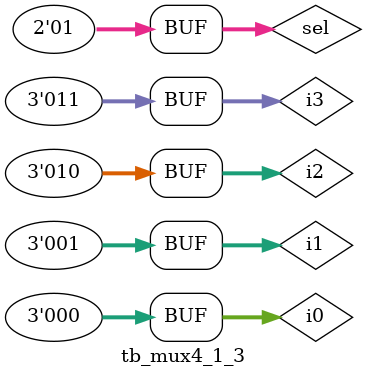
<source format=v>
`timescale 1ns / 1ps

module mux4_1_3(
		output reg [2:0] o,
		input [2:0] i0, i1, i2, i3,
		input [1:0] sel);
//	not(nsel, sel);
//	and(t1, i0, nsel), (t2, i1, sel);
//	or(o, t1, t2);
	always @(sel, i0, i1, i2, i3)
	case(sel)
		2'b00: o = i0;
		2'b01: o = i1;
		2'b10: o = i2;
		2'b11: o = i3;
	endcase
endmodule

module tb_mux4_1_3;
	reg [2:0] i0, i1, i2, i3;
	reg [1:0] sel;
	wire [2:0] o;
	
	mux4_1_3 m(o, i0, i1, i2, i3, sel);
	
	initial
	begin
		i0=0; i1=1; i2 = 2; i3 = 3;
		#10 sel=0;
		#10 sel=1;
		#10 sel=2'b10;
		#10 sel=0;
		#10 sel=3;
		#10 sel=1;
	end
endmodule

</source>
